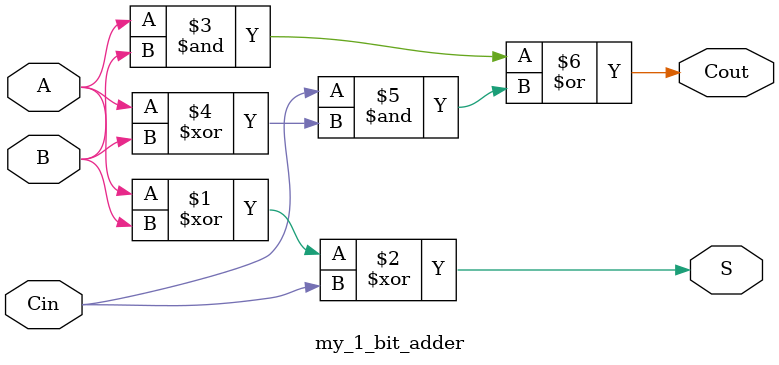
<source format=v>
`timescale 1ns / 1ps


module my_1_bit_adder(input A, B, output S, input Cin, output Cout);
    assign S = A ^ B ^ Cin;
    assign Cout = (A & B) | (Cin & (A ^ B));
endmodule

</source>
